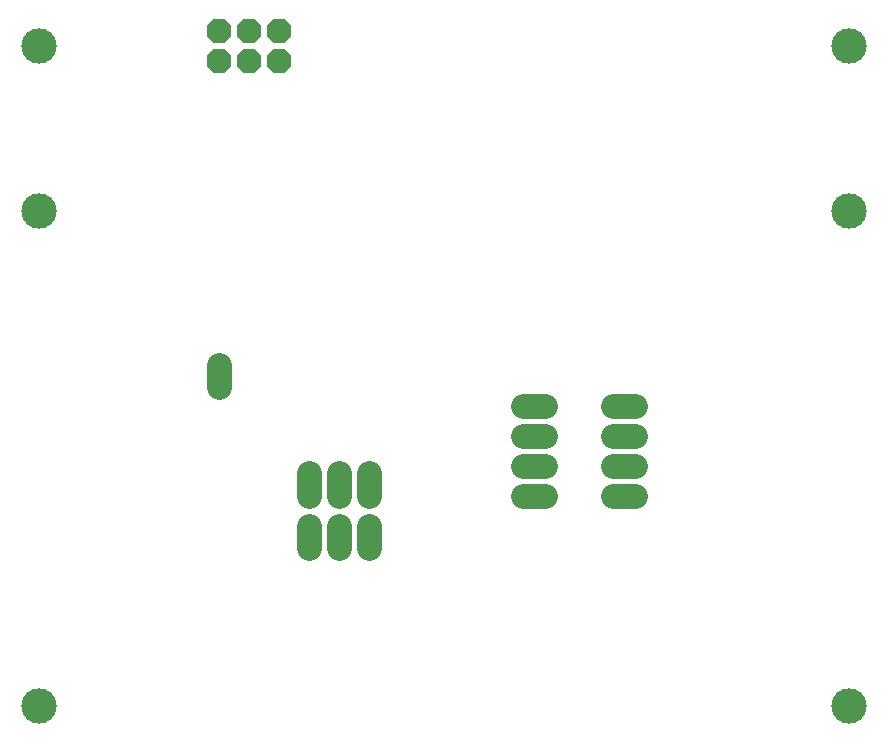
<source format=gts>
G75*
G70*
%OFA0B0*%
%FSLAX24Y24*%
%IPPOS*%
%LPD*%
%AMOC8*
5,1,8,0,0,1.08239X$1,22.5*
%
%ADD10OC8,0.0820*%
%ADD11C,0.1180*%
%ADD12C,0.0820*%
D10*
X013500Y024913D03*
X014500Y024913D03*
X015500Y024913D03*
X015500Y025913D03*
X014500Y025913D03*
X013500Y025913D03*
D11*
X007500Y003413D03*
X007500Y019913D03*
X007500Y025413D03*
X034500Y025413D03*
X034500Y019913D03*
X034500Y003413D03*
D12*
X027370Y010413D02*
X026630Y010413D01*
X026630Y011413D02*
X027370Y011413D01*
X027370Y012413D02*
X026630Y012413D01*
X026630Y013413D02*
X027370Y013413D01*
X024370Y013413D02*
X023630Y013413D01*
X023630Y012413D02*
X024370Y012413D01*
X024370Y011413D02*
X023630Y011413D01*
X023630Y010413D02*
X024370Y010413D01*
X018500Y010413D02*
X018500Y011153D01*
X017500Y011153D02*
X017500Y010413D01*
X016500Y010413D02*
X016500Y011153D01*
X016500Y009413D02*
X016500Y008673D01*
X017500Y008673D02*
X017500Y009413D01*
X018500Y009413D02*
X018500Y008673D01*
X013500Y014043D02*
X013500Y014783D01*
M02*

</source>
